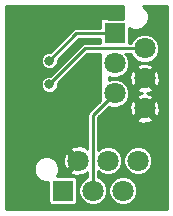
<source format=gbl>
G04 #@! TF.GenerationSoftware,KiCad,Pcbnew,5.0.2-bee76a0~70~ubuntu18.04.1*
G04 #@! TF.CreationDate,2018-12-18T05:27:10+01:00*
G04 #@! TF.ProjectId,myoelectronics_spi_harness_to_motor_controller_adapter,6d796f65-6c65-4637-9472-6f6e6963735f,rev?*
G04 #@! TF.SameCoordinates,Original*
G04 #@! TF.FileFunction,Copper,L2,Bot*
G04 #@! TF.FilePolarity,Positive*
%FSLAX46Y46*%
G04 Gerber Fmt 4.6, Leading zero omitted, Abs format (unit mm)*
G04 Created by KiCad (PCBNEW 5.0.2-bee76a0~70~ubuntu18.04.1) date Tue 18 Dec 2018 05:27:10 CET*
%MOMM*%
%LPD*%
G01*
G04 APERTURE LIST*
G04 #@! TA.AperFunction,ComponentPad*
%ADD10C,1.800000*%
G04 #@! TD*
G04 #@! TA.AperFunction,ComponentPad*
%ADD11R,1.800000X1.800000*%
G04 #@! TD*
G04 #@! TA.AperFunction,ViaPad*
%ADD12C,0.800000*%
G04 #@! TD*
G04 #@! TA.AperFunction,Conductor*
%ADD13C,0.250000*%
G04 #@! TD*
G04 #@! TA.AperFunction,Conductor*
%ADD14C,0.254000*%
G04 #@! TD*
G04 APERTURE END LIST*
D10*
G04 #@! TO.P,SPI_OUT2,4*
G04 #@! TO.N,/MISO*
X135560000Y-89460000D03*
G04 #@! TO.P,SPI_OUT2,3*
G04 #@! TO.N,/SS*
X134290000Y-92000000D03*
G04 #@! TO.P,SPI_OUT2,2*
G04 #@! TO.N,/GND*
X133020000Y-89460000D03*
D11*
G04 #@! TO.P,SPI_OUT2,1*
G04 #@! TO.N,Net-(J3-Pad1)*
X131750000Y-92000000D03*
D10*
G04 #@! TO.P,SPI_OUT2,5*
G04 #@! TO.N,/MOSI*
X136830000Y-92000000D03*
G04 #@! TO.P,SPI_OUT2,6*
G04 #@! TO.N,/SCK*
X138100000Y-89460000D03*
G04 #@! TD*
G04 #@! TO.P,SPI_IN,6*
G04 #@! TO.N,/GND*
X138665001Y-85050001D03*
G04 #@! TO.P,SPI_IN,5*
G04 #@! TO.N,/SS*
X136125001Y-83780001D03*
D11*
G04 #@! TO.P,SPI_IN,1*
G04 #@! TO.N,/MOSI*
X136125001Y-78700001D03*
D10*
G04 #@! TO.P,SPI_IN,2*
G04 #@! TO.N,/MISO*
X138665001Y-79970001D03*
G04 #@! TO.P,SPI_IN,3*
G04 #@! TO.N,/SCK*
X136125001Y-81240001D03*
G04 #@! TO.P,SPI_IN,4*
G04 #@! TO.N,/GND*
X138665001Y-82510001D03*
G04 #@! TD*
D12*
G04 #@! TO.N,/MOSI*
X130600000Y-81000000D03*
G04 #@! TO.N,/MISO*
X130600000Y-82999966D03*
G04 #@! TD*
D13*
G04 #@! TO.N,/SS*
X134290000Y-85615002D02*
X136125001Y-83780001D01*
X134290000Y-92000000D02*
X134290000Y-85615002D01*
G04 #@! TO.N,/MOSI*
X136125001Y-78700001D02*
X132899999Y-78700001D01*
X132899999Y-78700001D02*
X130600000Y-81000000D01*
G04 #@! TO.N,/MISO*
X138665001Y-79970001D02*
X133629965Y-79970001D01*
X130999999Y-82599967D02*
X130600000Y-82999966D01*
X133629965Y-79970001D02*
X130999999Y-82599967D01*
G04 #@! TD*
D14*
G04 #@! TO.N,/GND*
G36*
X136873000Y-77016927D02*
X136844751Y-77085126D01*
X136844751Y-77463332D01*
X135619707Y-77463332D01*
X135617333Y-77451399D01*
X135589803Y-77410197D01*
X135548601Y-77382667D01*
X135500000Y-77373000D01*
X135000000Y-77373000D01*
X134951399Y-77382667D01*
X134910197Y-77410197D01*
X134882667Y-77451399D01*
X134873000Y-77500000D01*
X134873000Y-78244801D01*
X132944824Y-78244801D01*
X132899999Y-78235885D01*
X132855174Y-78244801D01*
X132855170Y-78244801D01*
X132722389Y-78271213D01*
X132609823Y-78346427D01*
X132609822Y-78346428D01*
X132571819Y-78371821D01*
X132546426Y-78409824D01*
X130686451Y-80269800D01*
X130454754Y-80269800D01*
X130186375Y-80380967D01*
X129980967Y-80586375D01*
X129869800Y-80854754D01*
X129869800Y-81145246D01*
X129980967Y-81413625D01*
X130186375Y-81619033D01*
X130454754Y-81730200D01*
X130745246Y-81730200D01*
X131013625Y-81619033D01*
X131219033Y-81413625D01*
X131330200Y-81145246D01*
X131330200Y-80913549D01*
X133088549Y-79155201D01*
X134873000Y-79155201D01*
X134873000Y-79514801D01*
X133674790Y-79514801D01*
X133629965Y-79505885D01*
X133585140Y-79514801D01*
X133585136Y-79514801D01*
X133452355Y-79541213D01*
X133339789Y-79616427D01*
X133339788Y-79616428D01*
X133301785Y-79641821D01*
X133276392Y-79679824D01*
X130709825Y-82246392D01*
X130709822Y-82246394D01*
X130686450Y-82269766D01*
X130454754Y-82269766D01*
X130186375Y-82380933D01*
X129980967Y-82586341D01*
X129869800Y-82854720D01*
X129869800Y-83145212D01*
X129980967Y-83413591D01*
X130186375Y-83618999D01*
X130454754Y-83730166D01*
X130745246Y-83730166D01*
X131013625Y-83618999D01*
X131219033Y-83413591D01*
X131330200Y-83145212D01*
X131330200Y-82913516D01*
X131353572Y-82890144D01*
X131353574Y-82890141D01*
X133818515Y-80425201D01*
X134873000Y-80425201D01*
X134873000Y-84388253D01*
X133999824Y-85261429D01*
X133961821Y-85286822D01*
X133936428Y-85324825D01*
X133936427Y-85324826D01*
X133861212Y-85437393D01*
X133825884Y-85615002D01*
X133834801Y-85659832D01*
X133834800Y-88465592D01*
X133781671Y-88518721D01*
X133681321Y-88333704D01*
X133199966Y-88166362D01*
X132691213Y-88195964D01*
X132358679Y-88333704D01*
X132258328Y-88518723D01*
X133020000Y-89280395D01*
X133034143Y-89266253D01*
X133213748Y-89445858D01*
X133199605Y-89460000D01*
X133213748Y-89474143D01*
X133034143Y-89653748D01*
X133020000Y-89639605D01*
X132258328Y-90401277D01*
X132358679Y-90586296D01*
X132840034Y-90753638D01*
X133348787Y-90724036D01*
X133681321Y-90586296D01*
X133781671Y-90401279D01*
X133834800Y-90454408D01*
X133834800Y-90856991D01*
X133593148Y-90957087D01*
X133247087Y-91303148D01*
X133059800Y-91755298D01*
X133059800Y-92244702D01*
X133247087Y-92696852D01*
X133593148Y-93042913D01*
X134045298Y-93230200D01*
X134534702Y-93230200D01*
X134986852Y-93042913D01*
X135332913Y-92696852D01*
X135520200Y-92244702D01*
X135520200Y-91755298D01*
X135599800Y-91755298D01*
X135599800Y-92244702D01*
X135787087Y-92696852D01*
X136133148Y-93042913D01*
X136585298Y-93230200D01*
X137074702Y-93230200D01*
X137526852Y-93042913D01*
X137872913Y-92696852D01*
X138060200Y-92244702D01*
X138060200Y-91755298D01*
X137872913Y-91303148D01*
X137526852Y-90957087D01*
X137074702Y-90769800D01*
X136585298Y-90769800D01*
X136133148Y-90957087D01*
X135787087Y-91303148D01*
X135599800Y-91755298D01*
X135520200Y-91755298D01*
X135332913Y-91303148D01*
X134986852Y-90957087D01*
X134745200Y-90856991D01*
X134745200Y-90384965D01*
X134863148Y-90502913D01*
X135315298Y-90690200D01*
X135804702Y-90690200D01*
X136256852Y-90502913D01*
X136602913Y-90156852D01*
X136790200Y-89704702D01*
X136790200Y-89215298D01*
X136869800Y-89215298D01*
X136869800Y-89704702D01*
X137057087Y-90156852D01*
X137403148Y-90502913D01*
X137855298Y-90690200D01*
X138344702Y-90690200D01*
X138796852Y-90502913D01*
X139142913Y-90156852D01*
X139330200Y-89704702D01*
X139330200Y-89215298D01*
X139142913Y-88763148D01*
X138796852Y-88417087D01*
X138344702Y-88229800D01*
X137855298Y-88229800D01*
X137403148Y-88417087D01*
X137057087Y-88763148D01*
X136869800Y-89215298D01*
X136790200Y-89215298D01*
X136602913Y-88763148D01*
X136256852Y-88417087D01*
X135804702Y-88229800D01*
X135315298Y-88229800D01*
X134863148Y-88417087D01*
X134745200Y-88535035D01*
X134745200Y-85991278D01*
X137903329Y-85991278D01*
X138003680Y-86176297D01*
X138485035Y-86343639D01*
X138993788Y-86314037D01*
X139326322Y-86176297D01*
X139426673Y-85991278D01*
X138665001Y-85229606D01*
X137903329Y-85991278D01*
X134745200Y-85991278D01*
X134745200Y-85803551D01*
X135638646Y-84910105D01*
X135880299Y-85010201D01*
X136369703Y-85010201D01*
X136708093Y-84870035D01*
X137371363Y-84870035D01*
X137400965Y-85378788D01*
X137538705Y-85711322D01*
X137723724Y-85811673D01*
X138485396Y-85050001D01*
X138844606Y-85050001D01*
X139606278Y-85811673D01*
X139791297Y-85711322D01*
X139958639Y-85229967D01*
X139929037Y-84721214D01*
X139791297Y-84388680D01*
X139606278Y-84288329D01*
X138844606Y-85050001D01*
X138485396Y-85050001D01*
X137723724Y-84288329D01*
X137538705Y-84388680D01*
X137371363Y-84870035D01*
X136708093Y-84870035D01*
X136821853Y-84822914D01*
X137167914Y-84476853D01*
X137355201Y-84024703D01*
X137355201Y-83535299D01*
X137320399Y-83451278D01*
X137903329Y-83451278D01*
X138003680Y-83636297D01*
X138420148Y-83781081D01*
X138336214Y-83785965D01*
X138003680Y-83923705D01*
X137903329Y-84108724D01*
X138665001Y-84870396D01*
X139426673Y-84108724D01*
X139326322Y-83923705D01*
X138909854Y-83778921D01*
X138993788Y-83774037D01*
X139326322Y-83636297D01*
X139426673Y-83451278D01*
X138665001Y-82689606D01*
X137903329Y-83451278D01*
X137320399Y-83451278D01*
X137167914Y-83083149D01*
X136821853Y-82737088D01*
X136369703Y-82549801D01*
X135880299Y-82549801D01*
X135627000Y-82654721D01*
X135627000Y-82365281D01*
X135880299Y-82470201D01*
X136369703Y-82470201D01*
X136708093Y-82330035D01*
X137371363Y-82330035D01*
X137400965Y-82838788D01*
X137538705Y-83171322D01*
X137723724Y-83271673D01*
X138485396Y-82510001D01*
X138844606Y-82510001D01*
X139606278Y-83271673D01*
X139791297Y-83171322D01*
X139958639Y-82689967D01*
X139929037Y-82181214D01*
X139791297Y-81848680D01*
X139606278Y-81748329D01*
X138844606Y-82510001D01*
X138485396Y-82510001D01*
X137723724Y-81748329D01*
X137538705Y-81848680D01*
X137371363Y-82330035D01*
X136708093Y-82330035D01*
X136821853Y-82282914D01*
X137167914Y-81936853D01*
X137320398Y-81568724D01*
X137903329Y-81568724D01*
X138665001Y-82330396D01*
X139426673Y-81568724D01*
X139326322Y-81383705D01*
X138844967Y-81216363D01*
X138336214Y-81245965D01*
X138003680Y-81383705D01*
X137903329Y-81568724D01*
X137320398Y-81568724D01*
X137355201Y-81484703D01*
X137355201Y-80995299D01*
X137167914Y-80543149D01*
X137049966Y-80425201D01*
X137521992Y-80425201D01*
X137622088Y-80666853D01*
X137968149Y-81012914D01*
X138420299Y-81200201D01*
X138909703Y-81200201D01*
X139361853Y-81012914D01*
X139707914Y-80666853D01*
X139895201Y-80214703D01*
X139895201Y-79725299D01*
X139707914Y-79273149D01*
X139361853Y-78927088D01*
X138909703Y-78739801D01*
X138420299Y-78739801D01*
X137968149Y-78927088D01*
X137622088Y-79273149D01*
X137521992Y-79514801D01*
X137361670Y-79514801D01*
X137361670Y-78235915D01*
X137710126Y-78380251D01*
X138139876Y-78380251D01*
X138536913Y-78215792D01*
X138840792Y-77911913D01*
X139005251Y-77514876D01*
X139005251Y-77085126D01*
X138840792Y-76688089D01*
X138557903Y-76405200D01*
X140594800Y-76405200D01*
X140594801Y-93594800D01*
X126905200Y-93594800D01*
X126905200Y-89985125D01*
X129269750Y-89985125D01*
X129269750Y-90414875D01*
X129434209Y-90811912D01*
X129738088Y-91115791D01*
X130135125Y-91280250D01*
X130513331Y-91280250D01*
X130513331Y-92900000D01*
X130538958Y-93028838D01*
X130611939Y-93138061D01*
X130721162Y-93211042D01*
X130850000Y-93236669D01*
X132650000Y-93236669D01*
X132778838Y-93211042D01*
X132888061Y-93138061D01*
X132961042Y-93028838D01*
X132986669Y-92900000D01*
X132986669Y-91100000D01*
X132961042Y-90971162D01*
X132888061Y-90861939D01*
X132778838Y-90788958D01*
X132650000Y-90763331D01*
X131285914Y-90763331D01*
X131430250Y-90414875D01*
X131430250Y-89985125D01*
X131265791Y-89588088D01*
X130961912Y-89284209D01*
X130951833Y-89280034D01*
X131726362Y-89280034D01*
X131755964Y-89788787D01*
X131893704Y-90121321D01*
X132078723Y-90221672D01*
X132840395Y-89460000D01*
X132078723Y-88698328D01*
X131893704Y-88798679D01*
X131726362Y-89280034D01*
X130951833Y-89280034D01*
X130564875Y-89119750D01*
X130135125Y-89119750D01*
X129738088Y-89284209D01*
X129434209Y-89588088D01*
X129269750Y-89985125D01*
X126905200Y-89985125D01*
X126905200Y-76405200D01*
X136873000Y-76405200D01*
X136873000Y-77016927D01*
X136873000Y-77016927D01*
G37*
X136873000Y-77016927D02*
X136844751Y-77085126D01*
X136844751Y-77463332D01*
X135619707Y-77463332D01*
X135617333Y-77451399D01*
X135589803Y-77410197D01*
X135548601Y-77382667D01*
X135500000Y-77373000D01*
X135000000Y-77373000D01*
X134951399Y-77382667D01*
X134910197Y-77410197D01*
X134882667Y-77451399D01*
X134873000Y-77500000D01*
X134873000Y-78244801D01*
X132944824Y-78244801D01*
X132899999Y-78235885D01*
X132855174Y-78244801D01*
X132855170Y-78244801D01*
X132722389Y-78271213D01*
X132609823Y-78346427D01*
X132609822Y-78346428D01*
X132571819Y-78371821D01*
X132546426Y-78409824D01*
X130686451Y-80269800D01*
X130454754Y-80269800D01*
X130186375Y-80380967D01*
X129980967Y-80586375D01*
X129869800Y-80854754D01*
X129869800Y-81145246D01*
X129980967Y-81413625D01*
X130186375Y-81619033D01*
X130454754Y-81730200D01*
X130745246Y-81730200D01*
X131013625Y-81619033D01*
X131219033Y-81413625D01*
X131330200Y-81145246D01*
X131330200Y-80913549D01*
X133088549Y-79155201D01*
X134873000Y-79155201D01*
X134873000Y-79514801D01*
X133674790Y-79514801D01*
X133629965Y-79505885D01*
X133585140Y-79514801D01*
X133585136Y-79514801D01*
X133452355Y-79541213D01*
X133339789Y-79616427D01*
X133339788Y-79616428D01*
X133301785Y-79641821D01*
X133276392Y-79679824D01*
X130709825Y-82246392D01*
X130709822Y-82246394D01*
X130686450Y-82269766D01*
X130454754Y-82269766D01*
X130186375Y-82380933D01*
X129980967Y-82586341D01*
X129869800Y-82854720D01*
X129869800Y-83145212D01*
X129980967Y-83413591D01*
X130186375Y-83618999D01*
X130454754Y-83730166D01*
X130745246Y-83730166D01*
X131013625Y-83618999D01*
X131219033Y-83413591D01*
X131330200Y-83145212D01*
X131330200Y-82913516D01*
X131353572Y-82890144D01*
X131353574Y-82890141D01*
X133818515Y-80425201D01*
X134873000Y-80425201D01*
X134873000Y-84388253D01*
X133999824Y-85261429D01*
X133961821Y-85286822D01*
X133936428Y-85324825D01*
X133936427Y-85324826D01*
X133861212Y-85437393D01*
X133825884Y-85615002D01*
X133834801Y-85659832D01*
X133834800Y-88465592D01*
X133781671Y-88518721D01*
X133681321Y-88333704D01*
X133199966Y-88166362D01*
X132691213Y-88195964D01*
X132358679Y-88333704D01*
X132258328Y-88518723D01*
X133020000Y-89280395D01*
X133034143Y-89266253D01*
X133213748Y-89445858D01*
X133199605Y-89460000D01*
X133213748Y-89474143D01*
X133034143Y-89653748D01*
X133020000Y-89639605D01*
X132258328Y-90401277D01*
X132358679Y-90586296D01*
X132840034Y-90753638D01*
X133348787Y-90724036D01*
X133681321Y-90586296D01*
X133781671Y-90401279D01*
X133834800Y-90454408D01*
X133834800Y-90856991D01*
X133593148Y-90957087D01*
X133247087Y-91303148D01*
X133059800Y-91755298D01*
X133059800Y-92244702D01*
X133247087Y-92696852D01*
X133593148Y-93042913D01*
X134045298Y-93230200D01*
X134534702Y-93230200D01*
X134986852Y-93042913D01*
X135332913Y-92696852D01*
X135520200Y-92244702D01*
X135520200Y-91755298D01*
X135599800Y-91755298D01*
X135599800Y-92244702D01*
X135787087Y-92696852D01*
X136133148Y-93042913D01*
X136585298Y-93230200D01*
X137074702Y-93230200D01*
X137526852Y-93042913D01*
X137872913Y-92696852D01*
X138060200Y-92244702D01*
X138060200Y-91755298D01*
X137872913Y-91303148D01*
X137526852Y-90957087D01*
X137074702Y-90769800D01*
X136585298Y-90769800D01*
X136133148Y-90957087D01*
X135787087Y-91303148D01*
X135599800Y-91755298D01*
X135520200Y-91755298D01*
X135332913Y-91303148D01*
X134986852Y-90957087D01*
X134745200Y-90856991D01*
X134745200Y-90384965D01*
X134863148Y-90502913D01*
X135315298Y-90690200D01*
X135804702Y-90690200D01*
X136256852Y-90502913D01*
X136602913Y-90156852D01*
X136790200Y-89704702D01*
X136790200Y-89215298D01*
X136869800Y-89215298D01*
X136869800Y-89704702D01*
X137057087Y-90156852D01*
X137403148Y-90502913D01*
X137855298Y-90690200D01*
X138344702Y-90690200D01*
X138796852Y-90502913D01*
X139142913Y-90156852D01*
X139330200Y-89704702D01*
X139330200Y-89215298D01*
X139142913Y-88763148D01*
X138796852Y-88417087D01*
X138344702Y-88229800D01*
X137855298Y-88229800D01*
X137403148Y-88417087D01*
X137057087Y-88763148D01*
X136869800Y-89215298D01*
X136790200Y-89215298D01*
X136602913Y-88763148D01*
X136256852Y-88417087D01*
X135804702Y-88229800D01*
X135315298Y-88229800D01*
X134863148Y-88417087D01*
X134745200Y-88535035D01*
X134745200Y-85991278D01*
X137903329Y-85991278D01*
X138003680Y-86176297D01*
X138485035Y-86343639D01*
X138993788Y-86314037D01*
X139326322Y-86176297D01*
X139426673Y-85991278D01*
X138665001Y-85229606D01*
X137903329Y-85991278D01*
X134745200Y-85991278D01*
X134745200Y-85803551D01*
X135638646Y-84910105D01*
X135880299Y-85010201D01*
X136369703Y-85010201D01*
X136708093Y-84870035D01*
X137371363Y-84870035D01*
X137400965Y-85378788D01*
X137538705Y-85711322D01*
X137723724Y-85811673D01*
X138485396Y-85050001D01*
X138844606Y-85050001D01*
X139606278Y-85811673D01*
X139791297Y-85711322D01*
X139958639Y-85229967D01*
X139929037Y-84721214D01*
X139791297Y-84388680D01*
X139606278Y-84288329D01*
X138844606Y-85050001D01*
X138485396Y-85050001D01*
X137723724Y-84288329D01*
X137538705Y-84388680D01*
X137371363Y-84870035D01*
X136708093Y-84870035D01*
X136821853Y-84822914D01*
X137167914Y-84476853D01*
X137355201Y-84024703D01*
X137355201Y-83535299D01*
X137320399Y-83451278D01*
X137903329Y-83451278D01*
X138003680Y-83636297D01*
X138420148Y-83781081D01*
X138336214Y-83785965D01*
X138003680Y-83923705D01*
X137903329Y-84108724D01*
X138665001Y-84870396D01*
X139426673Y-84108724D01*
X139326322Y-83923705D01*
X138909854Y-83778921D01*
X138993788Y-83774037D01*
X139326322Y-83636297D01*
X139426673Y-83451278D01*
X138665001Y-82689606D01*
X137903329Y-83451278D01*
X137320399Y-83451278D01*
X137167914Y-83083149D01*
X136821853Y-82737088D01*
X136369703Y-82549801D01*
X135880299Y-82549801D01*
X135627000Y-82654721D01*
X135627000Y-82365281D01*
X135880299Y-82470201D01*
X136369703Y-82470201D01*
X136708093Y-82330035D01*
X137371363Y-82330035D01*
X137400965Y-82838788D01*
X137538705Y-83171322D01*
X137723724Y-83271673D01*
X138485396Y-82510001D01*
X138844606Y-82510001D01*
X139606278Y-83271673D01*
X139791297Y-83171322D01*
X139958639Y-82689967D01*
X139929037Y-82181214D01*
X139791297Y-81848680D01*
X139606278Y-81748329D01*
X138844606Y-82510001D01*
X138485396Y-82510001D01*
X137723724Y-81748329D01*
X137538705Y-81848680D01*
X137371363Y-82330035D01*
X136708093Y-82330035D01*
X136821853Y-82282914D01*
X137167914Y-81936853D01*
X137320398Y-81568724D01*
X137903329Y-81568724D01*
X138665001Y-82330396D01*
X139426673Y-81568724D01*
X139326322Y-81383705D01*
X138844967Y-81216363D01*
X138336214Y-81245965D01*
X138003680Y-81383705D01*
X137903329Y-81568724D01*
X137320398Y-81568724D01*
X137355201Y-81484703D01*
X137355201Y-80995299D01*
X137167914Y-80543149D01*
X137049966Y-80425201D01*
X137521992Y-80425201D01*
X137622088Y-80666853D01*
X137968149Y-81012914D01*
X138420299Y-81200201D01*
X138909703Y-81200201D01*
X139361853Y-81012914D01*
X139707914Y-80666853D01*
X139895201Y-80214703D01*
X139895201Y-79725299D01*
X139707914Y-79273149D01*
X139361853Y-78927088D01*
X138909703Y-78739801D01*
X138420299Y-78739801D01*
X137968149Y-78927088D01*
X137622088Y-79273149D01*
X137521992Y-79514801D01*
X137361670Y-79514801D01*
X137361670Y-78235915D01*
X137710126Y-78380251D01*
X138139876Y-78380251D01*
X138536913Y-78215792D01*
X138840792Y-77911913D01*
X139005251Y-77514876D01*
X139005251Y-77085126D01*
X138840792Y-76688089D01*
X138557903Y-76405200D01*
X140594800Y-76405200D01*
X140594801Y-93594800D01*
X126905200Y-93594800D01*
X126905200Y-89985125D01*
X129269750Y-89985125D01*
X129269750Y-90414875D01*
X129434209Y-90811912D01*
X129738088Y-91115791D01*
X130135125Y-91280250D01*
X130513331Y-91280250D01*
X130513331Y-92900000D01*
X130538958Y-93028838D01*
X130611939Y-93138061D01*
X130721162Y-93211042D01*
X130850000Y-93236669D01*
X132650000Y-93236669D01*
X132778838Y-93211042D01*
X132888061Y-93138061D01*
X132961042Y-93028838D01*
X132986669Y-92900000D01*
X132986669Y-91100000D01*
X132961042Y-90971162D01*
X132888061Y-90861939D01*
X132778838Y-90788958D01*
X132650000Y-90763331D01*
X131285914Y-90763331D01*
X131430250Y-90414875D01*
X131430250Y-89985125D01*
X131265791Y-89588088D01*
X130961912Y-89284209D01*
X130951833Y-89280034D01*
X131726362Y-89280034D01*
X131755964Y-89788787D01*
X131893704Y-90121321D01*
X132078723Y-90221672D01*
X132840395Y-89460000D01*
X132078723Y-88698328D01*
X131893704Y-88798679D01*
X131726362Y-89280034D01*
X130951833Y-89280034D01*
X130564875Y-89119750D01*
X130135125Y-89119750D01*
X129738088Y-89284209D01*
X129434209Y-89588088D01*
X129269750Y-89985125D01*
X126905200Y-89985125D01*
X126905200Y-76405200D01*
X136873000Y-76405200D01*
X136873000Y-77016927D01*
G04 #@! TD*
M02*

</source>
